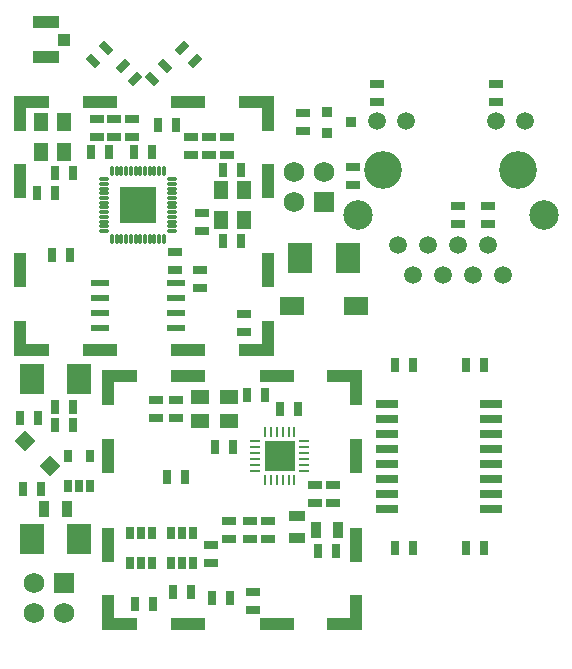
<source format=gbr>
%TF.GenerationSoftware,KiCad,Pcbnew,6.0.0*%
%TF.CreationDate,2022-05-21T22:27:13+02:00*%
%TF.ProjectId,cowdin-3b-esp32,636f7764-696e-42d3-9362-2d6573703332,1*%
%TF.SameCoordinates,Original*%
%TF.FileFunction,Soldermask,Top*%
%TF.FilePolarity,Negative*%
%FSLAX46Y46*%
G04 Gerber Fmt 4.6, Leading zero omitted, Abs format (unit mm)*
G04 Created by KiCad (PCBNEW 6.0.0) date 2022-05-21 22:27:13*
%MOMM*%
%LPD*%
G01*
G04 APERTURE LIST*
G04 Aperture macros list*
%AMRoundRect*
0 Rectangle with rounded corners*
0 $1 Rounding radius*
0 $2 $3 $4 $5 $6 $7 $8 $9 X,Y pos of 4 corners*
0 Add a 4 corners polygon primitive as box body*
4,1,4,$2,$3,$4,$5,$6,$7,$8,$9,$2,$3,0*
0 Add four circle primitives for the rounded corners*
1,1,$1+$1,$2,$3*
1,1,$1+$1,$4,$5*
1,1,$1+$1,$6,$7*
1,1,$1+$1,$8,$9*
0 Add four rect primitives between the rounded corners*
20,1,$1+$1,$2,$3,$4,$5,0*
20,1,$1+$1,$4,$5,$6,$7,0*
20,1,$1+$1,$6,$7,$8,$9,0*
20,1,$1+$1,$8,$9,$2,$3,0*%
%AMRotRect*
0 Rectangle, with rotation*
0 The origin of the aperture is its center*
0 $1 length*
0 $2 width*
0 $3 Rotation angle, in degrees counterclockwise*
0 Add horizontal line*
21,1,$1,$2,0,0,$3*%
%AMFreePoly0*
4,1,17,2.417678,0.517678,2.425000,0.500000,2.425000,-0.500000,2.417678,-0.517678,2.400000,-0.525000,0.525000,-0.525000,0.525000,-2.400000,0.517678,-2.417678,0.500000,-2.425000,-0.500000,-2.425000,-0.517678,-2.417678,-0.525000,-2.400000,-0.525000,0.500000,-0.517678,0.517678,-0.500000,0.525000,2.400000,0.525000,2.417678,0.517678,2.417678,0.517678,$1*%
G04 Aperture macros list end*
%ADD10R,1.143000X0.635000*%
%ADD11R,0.635000X1.143000*%
%ADD12R,0.914400X0.914400*%
%ADD13R,1.200000X1.500000*%
%ADD14RotRect,0.635000X1.143000X315.000000*%
%ADD15RotRect,0.635000X1.143000X225.000000*%
%ADD16RotRect,0.635000X1.143000X135.000000*%
%ADD17R,0.889000X1.397000*%
%ADD18R,1.397000X0.889000*%
%ADD19FreePoly0,90.000000*%
%ADD20R,1.000000X2.900000*%
%ADD21FreePoly0,0.000000*%
%ADD22FreePoly0,180.000000*%
%ADD23R,2.900000X1.000000*%
%ADD24FreePoly0,270.000000*%
%ADD25R,2.200000X1.100000*%
%ADD26R,1.000000X1.000000*%
%ADD27R,0.900000X0.279400*%
%ADD28R,0.279400X0.900000*%
%ADD29R,2.600000X2.600000*%
%ADD30RotRect,1.300000X1.300000X225.000000*%
%ADD31R,1.500000X1.200000*%
%ADD32R,0.701040X1.000760*%
%ADD33R,2.000000X2.500000*%
%ADD34R,1.750000X1.750000*%
%ADD35C,1.750000*%
%ADD36R,2.000000X1.500000*%
%ADD37RoundRect,0.025000X-0.125000X-0.375000X0.125000X-0.375000X0.125000X0.375000X-0.125000X0.375000X0*%
%ADD38RoundRect,0.025000X-0.375000X0.125000X-0.375000X-0.125000X0.375000X-0.125000X0.375000X0.125000X0*%
%ADD39RoundRect,0.025000X0.125000X0.375000X-0.125000X0.375000X-0.125000X-0.375000X0.125000X-0.375000X0*%
%ADD40RoundRect,0.025000X0.375000X-0.125000X0.375000X0.125000X-0.375000X0.125000X-0.375000X-0.125000X0*%
%ADD41RoundRect,0.025000X-0.750000X0.750000X-0.750000X-0.750000X0.750000X-0.750000X0.750000X0.750000X0*%
%ADD42R,1.600000X0.550000*%
%ADD43R,1.899920X0.800100*%
%ADD44RotRect,0.635000X1.143000X45.000000*%
%ADD45C,3.200000*%
%ADD46C,1.500000*%
%ADD47C,2.500000*%
G04 APERTURE END LIST*
D10*
%TO.C,C21*%
X152000000Y-119738000D03*
X152000000Y-121262000D03*
%TD*%
D11*
%TO.C,C24*%
X158762000Y-109500000D03*
X157238000Y-109500000D03*
%TD*%
%TO.C,C33*%
X127012000Y-114000000D03*
X125488000Y-114000000D03*
%TD*%
D12*
%TO.C,Q1*%
X151484000Y-88111000D03*
X151484000Y-89889000D03*
X153516000Y-89000000D03*
%TD*%
D13*
%TO.C,X1*%
X144500000Y-97250000D03*
X144500000Y-94750000D03*
X142500000Y-94750000D03*
X142500000Y-97250000D03*
%TD*%
D14*
%TO.C,C8*%
X139211185Y-82711185D03*
X140288815Y-83788815D03*
%TD*%
D11*
%TO.C,C32*%
X127262000Y-120000000D03*
X125738000Y-120000000D03*
%TD*%
%TO.C,R23*%
X164762000Y-125000000D03*
X163238000Y-125000000D03*
%TD*%
%TO.C,C16*%
X128512000Y-95000000D03*
X126988000Y-95000000D03*
%TD*%
D10*
%TO.C,R19*%
X143250000Y-122738000D03*
X143250000Y-124262000D03*
%TD*%
D11*
%TO.C,C3*%
X144262000Y-99000000D03*
X142738000Y-99000000D03*
%TD*%
D10*
%TO.C,C39*%
X141650000Y-126262000D03*
X141650000Y-124738000D03*
%TD*%
%TO.C,R3*%
X144500000Y-105238000D03*
X144500000Y-106762000D03*
%TD*%
%TO.C,R6*%
X149500000Y-89762000D03*
X149500000Y-88238000D03*
%TD*%
D15*
%TO.C,C7*%
X132788815Y-82711185D03*
X131711185Y-83788815D03*
%TD*%
D10*
%TO.C,C38*%
X145250000Y-128738000D03*
X145250000Y-130262000D03*
%TD*%
D16*
%TO.C,L1*%
X135288815Y-85288815D03*
X134211185Y-84211185D03*
%TD*%
D11*
%TO.C,C2*%
X142738000Y-93000000D03*
X144262000Y-93000000D03*
%TD*%
%TO.C,C6*%
X137238000Y-89250000D03*
X138762000Y-89250000D03*
%TD*%
%TO.C,L4*%
X150738000Y-125250000D03*
X152262000Y-125250000D03*
%TD*%
D10*
%TO.C,R27*%
X145000000Y-124262000D03*
X145000000Y-122738000D03*
%TD*%
D11*
%TO.C,R8*%
X143262000Y-129250000D03*
X141738000Y-129250000D03*
%TD*%
D10*
%TO.C,R29*%
X165800000Y-87262000D03*
X165800000Y-85738000D03*
%TD*%
%TO.C,R2*%
X143000000Y-91762000D03*
X143000000Y-90238000D03*
%TD*%
D17*
%TO.C,C31*%
X127547500Y-121750000D03*
X129452500Y-121750000D03*
%TD*%
D11*
%TO.C,R21*%
X144738000Y-112100000D03*
X146262000Y-112100000D03*
%TD*%
D10*
%TO.C,C27*%
X146500000Y-122738000D03*
X146500000Y-124262000D03*
%TD*%
%TO.C,R5*%
X155700000Y-87262000D03*
X155700000Y-85738000D03*
%TD*%
%TO.C,R28*%
X137000000Y-112488000D03*
X137000000Y-114012000D03*
%TD*%
D18*
%TO.C,C23*%
X149000000Y-122297500D03*
X149000000Y-124202500D03*
%TD*%
D11*
%TO.C,R4*%
X128238000Y-100250000D03*
X129762000Y-100250000D03*
%TD*%
%TO.C,R24*%
X164762000Y-109500000D03*
X163238000Y-109500000D03*
%TD*%
D19*
%TO.C,SHLD1*%
X125500000Y-108250000D03*
D20*
X146500000Y-94000000D03*
D21*
X125500000Y-87250000D03*
D22*
X146500000Y-108250000D03*
D23*
X139750000Y-108250000D03*
D20*
X146500000Y-101500000D03*
D23*
X139750000Y-87250000D03*
X132250000Y-108250000D03*
D20*
X125500000Y-101500000D03*
D24*
X146500000Y-87250000D03*
D20*
X125500000Y-94000000D03*
D23*
X132250000Y-87250000D03*
%TD*%
D25*
%TO.C,A2*%
X127750000Y-80500000D03*
X127750000Y-83500000D03*
D26*
X129250000Y-82000000D03*
%TD*%
D27*
%TO.C,U3*%
X149550000Y-118500000D03*
X149550000Y-118000000D03*
X149550000Y-117500000D03*
X149550000Y-117000000D03*
X149550000Y-116500000D03*
X149550000Y-116000000D03*
D28*
X148750000Y-115200000D03*
X148250000Y-115200000D03*
X147750000Y-115200000D03*
X147250000Y-115200000D03*
X146750000Y-115200000D03*
X146250000Y-115200000D03*
D27*
X145450000Y-116000000D03*
X145450000Y-116500000D03*
X145450000Y-117000000D03*
X145450000Y-117500000D03*
X145450000Y-118000000D03*
X145450000Y-118500000D03*
D28*
X146250000Y-119300000D03*
X146750000Y-119300000D03*
X147250000Y-119300000D03*
X147750000Y-119300000D03*
X148250000Y-119300000D03*
X148750000Y-119300000D03*
D29*
X147500000Y-117250000D03*
%TD*%
D30*
%TO.C,L5*%
X128060000Y-118060000D03*
X125940000Y-115940000D03*
%TD*%
D11*
%TO.C,C34*%
X128488000Y-114600000D03*
X130012000Y-114600000D03*
%TD*%
D10*
%TO.C,C13*%
X138600000Y-99988000D03*
X138600000Y-101512000D03*
%TD*%
D13*
%TO.C,X2*%
X127250000Y-89000000D03*
X127250000Y-91500000D03*
X129250000Y-91500000D03*
X129250000Y-89000000D03*
%TD*%
D11*
%TO.C,C26*%
X143512000Y-116500000D03*
X141988000Y-116500000D03*
%TD*%
D31*
%TO.C,X3*%
X140750000Y-114250000D03*
X143250000Y-114250000D03*
X143250000Y-112250000D03*
X140750000Y-112250000D03*
%TD*%
D32*
%TO.C,U5*%
X136702500Y-123730000D03*
X135750000Y-123730000D03*
X134797500Y-123730000D03*
X134797500Y-126270000D03*
X135750000Y-126270000D03*
X136702500Y-126270000D03*
%TD*%
%TO.C,U6*%
X140202500Y-123730000D03*
X139250000Y-123730000D03*
X138297500Y-123730000D03*
X138297500Y-126270000D03*
X139250000Y-126270000D03*
X140202500Y-126270000D03*
%TD*%
D10*
%TO.C,C5*%
X141500000Y-91762000D03*
X141500000Y-90238000D03*
%TD*%
D33*
%TO.C,C30*%
X126500000Y-124250000D03*
X130500000Y-124250000D03*
%TD*%
D10*
%TO.C,C15*%
X140750000Y-103012000D03*
X140750000Y-101488000D03*
%TD*%
%TO.C,R10*%
X153750000Y-92738000D03*
X153750000Y-94262000D03*
%TD*%
%TO.C,C22*%
X150500000Y-119738000D03*
X150500000Y-121262000D03*
%TD*%
D32*
%TO.C,U4*%
X129547500Y-119770000D03*
X130500000Y-119770000D03*
X131452500Y-119770000D03*
X131452500Y-117230000D03*
X129547500Y-117230000D03*
%TD*%
D11*
%TO.C,R1*%
X131488000Y-91500000D03*
X133012000Y-91500000D03*
%TD*%
D34*
%TO.C,P2*%
X151270000Y-95770000D03*
D35*
X148730000Y-95770000D03*
X151270000Y-93230000D03*
X148730000Y-93230000D03*
%TD*%
D36*
%TO.C,SW1*%
X153950000Y-104500000D03*
X148550000Y-104500000D03*
%TD*%
D10*
%TO.C,C11*%
X133500000Y-88738000D03*
X133500000Y-90262000D03*
%TD*%
%TO.C,C14*%
X140900000Y-96638000D03*
X140900000Y-98162000D03*
%TD*%
D11*
%TO.C,C25*%
X158762000Y-125000000D03*
X157238000Y-125000000D03*
%TD*%
D10*
%TO.C,L3*%
X135000000Y-88738000D03*
X135000000Y-90262000D03*
%TD*%
D33*
%TO.C,C37*%
X149250000Y-100500000D03*
X153250000Y-100500000D03*
%TD*%
D11*
%TO.C,C1*%
X130012000Y-93250000D03*
X128488000Y-93250000D03*
%TD*%
D23*
%TO.C,SHLD2*%
X147250000Y-131500000D03*
X139750000Y-131500000D03*
X147250000Y-110500000D03*
D20*
X154000000Y-124750000D03*
D21*
X133000000Y-110500000D03*
D20*
X133000000Y-124750000D03*
D22*
X154000000Y-131500000D03*
D20*
X133000000Y-117250000D03*
X154000000Y-117250000D03*
D23*
X139750000Y-110500000D03*
D19*
X133000000Y-131500000D03*
D24*
X154000000Y-110500000D03*
%TD*%
D10*
%TO.C,C4*%
X140000000Y-91762000D03*
X140000000Y-90238000D03*
%TD*%
D37*
%TO.C,U1*%
X137700000Y-93100000D03*
X137300000Y-93100000D03*
X136900000Y-93100000D03*
X136500000Y-93100000D03*
X136100000Y-93100000D03*
X135700000Y-93100000D03*
X135300000Y-93100000D03*
X134900000Y-93100000D03*
X134500000Y-93100000D03*
X134100000Y-93100000D03*
X133700000Y-93100000D03*
X133300000Y-93100000D03*
D38*
X132600000Y-93800000D03*
X132600000Y-94200000D03*
X132600000Y-94600000D03*
X132600000Y-95000000D03*
X132600000Y-95400000D03*
X132600000Y-95800000D03*
X132600000Y-96200000D03*
X132600000Y-96600000D03*
X132600000Y-97000000D03*
X132600000Y-97400000D03*
X132600000Y-97800000D03*
X132600000Y-98200000D03*
D39*
X133300000Y-98900000D03*
X133700000Y-98900000D03*
X134100000Y-98900000D03*
X134500000Y-98900000D03*
X134900000Y-98900000D03*
X135300000Y-98900000D03*
X135700000Y-98900000D03*
X136100000Y-98900000D03*
X136500000Y-98900000D03*
X136900000Y-98900000D03*
X137300000Y-98900000D03*
X137700000Y-98900000D03*
D40*
X138400000Y-98200000D03*
X138400000Y-97800000D03*
X138400000Y-97400000D03*
X138400000Y-97000000D03*
X138400000Y-96600000D03*
X138400000Y-96200000D03*
X138400000Y-95800000D03*
X138400000Y-95400000D03*
X138400000Y-95000000D03*
X138400000Y-94600000D03*
X138400000Y-94200000D03*
X138400000Y-93800000D03*
D41*
X134750000Y-95250000D03*
X134750000Y-96750000D03*
X136250000Y-95250000D03*
X136250000Y-96750000D03*
%TD*%
D11*
%TO.C,R22*%
X147488000Y-113250000D03*
X149012000Y-113250000D03*
%TD*%
%TO.C,C35*%
X128488000Y-113100000D03*
X130012000Y-113100000D03*
%TD*%
D42*
%TO.C,U2*%
X132250000Y-102595000D03*
X132250000Y-103865000D03*
X132250000Y-105135000D03*
X132250000Y-106405000D03*
X138750000Y-106405000D03*
X138750000Y-105135000D03*
X138750000Y-103865000D03*
X138750000Y-102595000D03*
%TD*%
D11*
%TO.C,C12*%
X136662000Y-91500000D03*
X135138000Y-91500000D03*
%TD*%
%TO.C,R7*%
X135238000Y-129750000D03*
X136762000Y-129750000D03*
%TD*%
%TO.C,R9*%
X140012000Y-128750000D03*
X138488000Y-128750000D03*
%TD*%
D33*
%TO.C,C36*%
X126500000Y-110750000D03*
X130500000Y-110750000D03*
%TD*%
D10*
%TO.C,R26*%
X165180000Y-96088000D03*
X165180000Y-97612000D03*
%TD*%
D34*
%TO.C,P1*%
X129270000Y-127980000D03*
D35*
X129270000Y-130520000D03*
X126730000Y-127980000D03*
X126730000Y-130520000D03*
%TD*%
D17*
%TO.C,C20*%
X152452500Y-123500000D03*
X150547500Y-123500000D03*
%TD*%
D10*
%TO.C,R25*%
X162640000Y-96088000D03*
X162640000Y-97612000D03*
%TD*%
D11*
%TO.C,R18*%
X139512000Y-119000000D03*
X137988000Y-119000000D03*
%TD*%
D43*
%TO.C,T1*%
X156621040Y-112805000D03*
X156621040Y-114075000D03*
X156621040Y-115345000D03*
X156621040Y-116615000D03*
X156621040Y-117885000D03*
X156621040Y-119155000D03*
X156621040Y-120425000D03*
X156621040Y-121695000D03*
X165378960Y-121695000D03*
X165378960Y-120425000D03*
X165378960Y-119155000D03*
X165378960Y-117885000D03*
X165378960Y-116615000D03*
X165378960Y-115345000D03*
X165378960Y-114075000D03*
X165378960Y-112805000D03*
%TD*%
D10*
%TO.C,C28*%
X138750000Y-112488000D03*
X138750000Y-114012000D03*
%TD*%
%TO.C,C10*%
X132000000Y-88738000D03*
X132000000Y-90262000D03*
%TD*%
D44*
%TO.C,L2*%
X136711185Y-85288815D03*
X137788815Y-84211185D03*
%TD*%
D45*
%TO.C,J2*%
X167715000Y-93000000D03*
X156285000Y-93000000D03*
D46*
X157555000Y-99350000D03*
X158825000Y-101890000D03*
X160095000Y-99350000D03*
X161365000Y-101890000D03*
X162635000Y-99350000D03*
X163905000Y-101890000D03*
X165175000Y-99350000D03*
X166445000Y-101890000D03*
X168300000Y-88890000D03*
X165810000Y-88890000D03*
X158190000Y-88890000D03*
X155700000Y-88890000D03*
D47*
X169875000Y-96850000D03*
X154125000Y-96850000D03*
%TD*%
M02*

</source>
